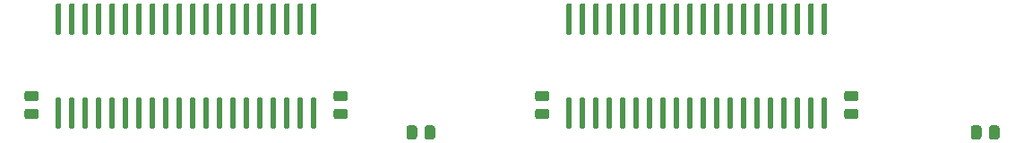
<source format=gtp>
G04 #@! TF.GenerationSoftware,KiCad,Pcbnew,(5.1.10-1-10_14)*
G04 #@! TF.CreationDate,2021-05-30T21:13:45-04:00*
G04 #@! TF.ProjectId,MacVRAMSIMM,4d616356-5241-44d5-9349-4d4d2e6b6963,rev?*
G04 #@! TF.SameCoordinates,Original*
G04 #@! TF.FileFunction,Paste,Top*
G04 #@! TF.FilePolarity,Positive*
%FSLAX46Y46*%
G04 Gerber Fmt 4.6, Leading zero omitted, Abs format (unit mm)*
G04 Created by KiCad (PCBNEW (5.1.10-1-10_14)) date 2021-05-30 21:13:45*
%MOMM*%
%LPD*%
G01*
G04 APERTURE LIST*
G04 APERTURE END LIST*
G36*
G01*
X163965000Y-123043500D02*
X163965000Y-122193500D01*
G75*
G02*
X164215000Y-121943500I250000J0D01*
G01*
X164715000Y-121943500D01*
G75*
G02*
X164965000Y-122193500I0J-250000D01*
G01*
X164965000Y-123043500D01*
G75*
G02*
X164715000Y-123293500I-250000J0D01*
G01*
X164215000Y-123293500D01*
G75*
G02*
X163965000Y-123043500I0J250000D01*
G01*
G37*
G36*
G01*
X165665000Y-123043500D02*
X165665000Y-122193500D01*
G75*
G02*
X165915000Y-121943500I250000J0D01*
G01*
X166415000Y-121943500D01*
G75*
G02*
X166665000Y-122193500I0J-250000D01*
G01*
X166665000Y-123043500D01*
G75*
G02*
X166415000Y-123293500I-250000J0D01*
G01*
X165915000Y-123293500D01*
G75*
G02*
X165665000Y-123043500I0J250000D01*
G01*
G37*
G36*
G01*
X112325000Y-123043500D02*
X112325000Y-122193500D01*
G75*
G02*
X112575000Y-121943500I250000J0D01*
G01*
X113075000Y-121943500D01*
G75*
G02*
X113325000Y-122193500I0J-250000D01*
G01*
X113325000Y-123043500D01*
G75*
G02*
X113075000Y-123293500I-250000J0D01*
G01*
X112575000Y-123293500D01*
G75*
G02*
X112325000Y-123043500I0J250000D01*
G01*
G37*
G36*
G01*
X110625000Y-123043500D02*
X110625000Y-122193500D01*
G75*
G02*
X110875000Y-121943500I250000J0D01*
G01*
X111375000Y-121943500D01*
G75*
G02*
X111625000Y-122193500I0J-250000D01*
G01*
X111625000Y-123043500D01*
G75*
G02*
X111375000Y-123293500I-250000J0D01*
G01*
X110875000Y-123293500D01*
G75*
G02*
X110625000Y-123043500I0J250000D01*
G01*
G37*
G36*
G01*
X93101500Y-113337000D02*
X92826500Y-113337000D01*
G75*
G02*
X92689000Y-113199500I0J137500D01*
G01*
X92689000Y-110524500D01*
G75*
G02*
X92826500Y-110387000I137500J0D01*
G01*
X93101500Y-110387000D01*
G75*
G02*
X93239000Y-110524500I0J-137500D01*
G01*
X93239000Y-113199500D01*
G75*
G02*
X93101500Y-113337000I-137500J0D01*
G01*
G37*
G36*
G01*
X94371500Y-113337000D02*
X94096500Y-113337000D01*
G75*
G02*
X93959000Y-113199500I0J137500D01*
G01*
X93959000Y-110524500D01*
G75*
G02*
X94096500Y-110387000I137500J0D01*
G01*
X94371500Y-110387000D01*
G75*
G02*
X94509000Y-110524500I0J-137500D01*
G01*
X94509000Y-113199500D01*
G75*
G02*
X94371500Y-113337000I-137500J0D01*
G01*
G37*
G36*
G01*
X94371500Y-122277000D02*
X94096500Y-122277000D01*
G75*
G02*
X93959000Y-122139500I0J137500D01*
G01*
X93959000Y-119464500D01*
G75*
G02*
X94096500Y-119327000I137500J0D01*
G01*
X94371500Y-119327000D01*
G75*
G02*
X94509000Y-119464500I0J-137500D01*
G01*
X94509000Y-122139500D01*
G75*
G02*
X94371500Y-122277000I-137500J0D01*
G01*
G37*
G36*
G01*
X86751500Y-122277000D02*
X86476500Y-122277000D01*
G75*
G02*
X86339000Y-122139500I0J137500D01*
G01*
X86339000Y-119464500D01*
G75*
G02*
X86476500Y-119327000I137500J0D01*
G01*
X86751500Y-119327000D01*
G75*
G02*
X86889000Y-119464500I0J-137500D01*
G01*
X86889000Y-122139500D01*
G75*
G02*
X86751500Y-122277000I-137500J0D01*
G01*
G37*
G36*
G01*
X84211500Y-122277000D02*
X83936500Y-122277000D01*
G75*
G02*
X83799000Y-122139500I0J137500D01*
G01*
X83799000Y-119464500D01*
G75*
G02*
X83936500Y-119327000I137500J0D01*
G01*
X84211500Y-119327000D01*
G75*
G02*
X84349000Y-119464500I0J-137500D01*
G01*
X84349000Y-122139500D01*
G75*
G02*
X84211500Y-122277000I-137500J0D01*
G01*
G37*
G36*
G01*
X101991500Y-113337000D02*
X101716500Y-113337000D01*
G75*
G02*
X101579000Y-113199500I0J137500D01*
G01*
X101579000Y-110524500D01*
G75*
G02*
X101716500Y-110387000I137500J0D01*
G01*
X101991500Y-110387000D01*
G75*
G02*
X102129000Y-110524500I0J-137500D01*
G01*
X102129000Y-113199500D01*
G75*
G02*
X101991500Y-113337000I-137500J0D01*
G01*
G37*
G36*
G01*
X77861500Y-122277000D02*
X77586500Y-122277000D01*
G75*
G02*
X77449000Y-122139500I0J137500D01*
G01*
X77449000Y-119464500D01*
G75*
G02*
X77586500Y-119327000I137500J0D01*
G01*
X77861500Y-119327000D01*
G75*
G02*
X77999000Y-119464500I0J-137500D01*
G01*
X77999000Y-122139500D01*
G75*
G02*
X77861500Y-122277000I-137500J0D01*
G01*
G37*
G36*
G01*
X79131500Y-122277000D02*
X78856500Y-122277000D01*
G75*
G02*
X78719000Y-122139500I0J137500D01*
G01*
X78719000Y-119464500D01*
G75*
G02*
X78856500Y-119327000I137500J0D01*
G01*
X79131500Y-119327000D01*
G75*
G02*
X79269000Y-119464500I0J-137500D01*
G01*
X79269000Y-122139500D01*
G75*
G02*
X79131500Y-122277000I-137500J0D01*
G01*
G37*
G36*
G01*
X80401500Y-122277000D02*
X80126500Y-122277000D01*
G75*
G02*
X79989000Y-122139500I0J137500D01*
G01*
X79989000Y-119464500D01*
G75*
G02*
X80126500Y-119327000I137500J0D01*
G01*
X80401500Y-119327000D01*
G75*
G02*
X80539000Y-119464500I0J-137500D01*
G01*
X80539000Y-122139500D01*
G75*
G02*
X80401500Y-122277000I-137500J0D01*
G01*
G37*
G36*
G01*
X81671500Y-122277000D02*
X81396500Y-122277000D01*
G75*
G02*
X81259000Y-122139500I0J137500D01*
G01*
X81259000Y-119464500D01*
G75*
G02*
X81396500Y-119327000I137500J0D01*
G01*
X81671500Y-119327000D01*
G75*
G02*
X81809000Y-119464500I0J-137500D01*
G01*
X81809000Y-122139500D01*
G75*
G02*
X81671500Y-122277000I-137500J0D01*
G01*
G37*
G36*
G01*
X82941500Y-122277000D02*
X82666500Y-122277000D01*
G75*
G02*
X82529000Y-122139500I0J137500D01*
G01*
X82529000Y-119464500D01*
G75*
G02*
X82666500Y-119327000I137500J0D01*
G01*
X82941500Y-119327000D01*
G75*
G02*
X83079000Y-119464500I0J-137500D01*
G01*
X83079000Y-122139500D01*
G75*
G02*
X82941500Y-122277000I-137500J0D01*
G01*
G37*
G36*
G01*
X88021500Y-122277000D02*
X87746500Y-122277000D01*
G75*
G02*
X87609000Y-122139500I0J137500D01*
G01*
X87609000Y-119464500D01*
G75*
G02*
X87746500Y-119327000I137500J0D01*
G01*
X88021500Y-119327000D01*
G75*
G02*
X88159000Y-119464500I0J-137500D01*
G01*
X88159000Y-122139500D01*
G75*
G02*
X88021500Y-122277000I-137500J0D01*
G01*
G37*
G36*
G01*
X89291500Y-122277000D02*
X89016500Y-122277000D01*
G75*
G02*
X88879000Y-122139500I0J137500D01*
G01*
X88879000Y-119464500D01*
G75*
G02*
X89016500Y-119327000I137500J0D01*
G01*
X89291500Y-119327000D01*
G75*
G02*
X89429000Y-119464500I0J-137500D01*
G01*
X89429000Y-122139500D01*
G75*
G02*
X89291500Y-122277000I-137500J0D01*
G01*
G37*
G36*
G01*
X90561500Y-122277000D02*
X90286500Y-122277000D01*
G75*
G02*
X90149000Y-122139500I0J137500D01*
G01*
X90149000Y-119464500D01*
G75*
G02*
X90286500Y-119327000I137500J0D01*
G01*
X90561500Y-119327000D01*
G75*
G02*
X90699000Y-119464500I0J-137500D01*
G01*
X90699000Y-122139500D01*
G75*
G02*
X90561500Y-122277000I-137500J0D01*
G01*
G37*
G36*
G01*
X91831500Y-122277000D02*
X91556500Y-122277000D01*
G75*
G02*
X91419000Y-122139500I0J137500D01*
G01*
X91419000Y-119464500D01*
G75*
G02*
X91556500Y-119327000I137500J0D01*
G01*
X91831500Y-119327000D01*
G75*
G02*
X91969000Y-119464500I0J-137500D01*
G01*
X91969000Y-122139500D01*
G75*
G02*
X91831500Y-122277000I-137500J0D01*
G01*
G37*
G36*
G01*
X93101500Y-122277000D02*
X92826500Y-122277000D01*
G75*
G02*
X92689000Y-122139500I0J137500D01*
G01*
X92689000Y-119464500D01*
G75*
G02*
X92826500Y-119327000I137500J0D01*
G01*
X93101500Y-119327000D01*
G75*
G02*
X93239000Y-119464500I0J-137500D01*
G01*
X93239000Y-122139500D01*
G75*
G02*
X93101500Y-122277000I-137500J0D01*
G01*
G37*
G36*
G01*
X100721500Y-113337000D02*
X100446500Y-113337000D01*
G75*
G02*
X100309000Y-113199500I0J137500D01*
G01*
X100309000Y-110524500D01*
G75*
G02*
X100446500Y-110387000I137500J0D01*
G01*
X100721500Y-110387000D01*
G75*
G02*
X100859000Y-110524500I0J-137500D01*
G01*
X100859000Y-113199500D01*
G75*
G02*
X100721500Y-113337000I-137500J0D01*
G01*
G37*
G36*
G01*
X99451500Y-113337000D02*
X99176500Y-113337000D01*
G75*
G02*
X99039000Y-113199500I0J137500D01*
G01*
X99039000Y-110524500D01*
G75*
G02*
X99176500Y-110387000I137500J0D01*
G01*
X99451500Y-110387000D01*
G75*
G02*
X99589000Y-110524500I0J-137500D01*
G01*
X99589000Y-113199500D01*
G75*
G02*
X99451500Y-113337000I-137500J0D01*
G01*
G37*
G36*
G01*
X98181500Y-113337000D02*
X97906500Y-113337000D01*
G75*
G02*
X97769000Y-113199500I0J137500D01*
G01*
X97769000Y-110524500D01*
G75*
G02*
X97906500Y-110387000I137500J0D01*
G01*
X98181500Y-110387000D01*
G75*
G02*
X98319000Y-110524500I0J-137500D01*
G01*
X98319000Y-113199500D01*
G75*
G02*
X98181500Y-113337000I-137500J0D01*
G01*
G37*
G36*
G01*
X96911500Y-113337000D02*
X96636500Y-113337000D01*
G75*
G02*
X96499000Y-113199500I0J137500D01*
G01*
X96499000Y-110524500D01*
G75*
G02*
X96636500Y-110387000I137500J0D01*
G01*
X96911500Y-110387000D01*
G75*
G02*
X97049000Y-110524500I0J-137500D01*
G01*
X97049000Y-113199500D01*
G75*
G02*
X96911500Y-113337000I-137500J0D01*
G01*
G37*
G36*
G01*
X95641500Y-113337000D02*
X95366500Y-113337000D01*
G75*
G02*
X95229000Y-113199500I0J137500D01*
G01*
X95229000Y-110524500D01*
G75*
G02*
X95366500Y-110387000I137500J0D01*
G01*
X95641500Y-110387000D01*
G75*
G02*
X95779000Y-110524500I0J-137500D01*
G01*
X95779000Y-113199500D01*
G75*
G02*
X95641500Y-113337000I-137500J0D01*
G01*
G37*
G36*
G01*
X85481500Y-122277000D02*
X85206500Y-122277000D01*
G75*
G02*
X85069000Y-122139500I0J137500D01*
G01*
X85069000Y-119464500D01*
G75*
G02*
X85206500Y-119327000I137500J0D01*
G01*
X85481500Y-119327000D01*
G75*
G02*
X85619000Y-119464500I0J-137500D01*
G01*
X85619000Y-122139500D01*
G75*
G02*
X85481500Y-122277000I-137500J0D01*
G01*
G37*
G36*
G01*
X95641500Y-122277000D02*
X95366500Y-122277000D01*
G75*
G02*
X95229000Y-122139500I0J137500D01*
G01*
X95229000Y-119464500D01*
G75*
G02*
X95366500Y-119327000I137500J0D01*
G01*
X95641500Y-119327000D01*
G75*
G02*
X95779000Y-119464500I0J-137500D01*
G01*
X95779000Y-122139500D01*
G75*
G02*
X95641500Y-122277000I-137500J0D01*
G01*
G37*
G36*
G01*
X96911500Y-122277000D02*
X96636500Y-122277000D01*
G75*
G02*
X96499000Y-122139500I0J137500D01*
G01*
X96499000Y-119464500D01*
G75*
G02*
X96636500Y-119327000I137500J0D01*
G01*
X96911500Y-119327000D01*
G75*
G02*
X97049000Y-119464500I0J-137500D01*
G01*
X97049000Y-122139500D01*
G75*
G02*
X96911500Y-122277000I-137500J0D01*
G01*
G37*
G36*
G01*
X98181500Y-122277000D02*
X97906500Y-122277000D01*
G75*
G02*
X97769000Y-122139500I0J137500D01*
G01*
X97769000Y-119464500D01*
G75*
G02*
X97906500Y-119327000I137500J0D01*
G01*
X98181500Y-119327000D01*
G75*
G02*
X98319000Y-119464500I0J-137500D01*
G01*
X98319000Y-122139500D01*
G75*
G02*
X98181500Y-122277000I-137500J0D01*
G01*
G37*
G36*
G01*
X99451500Y-122277000D02*
X99176500Y-122277000D01*
G75*
G02*
X99039000Y-122139500I0J137500D01*
G01*
X99039000Y-119464500D01*
G75*
G02*
X99176500Y-119327000I137500J0D01*
G01*
X99451500Y-119327000D01*
G75*
G02*
X99589000Y-119464500I0J-137500D01*
G01*
X99589000Y-122139500D01*
G75*
G02*
X99451500Y-122277000I-137500J0D01*
G01*
G37*
G36*
G01*
X100721500Y-122277000D02*
X100446500Y-122277000D01*
G75*
G02*
X100309000Y-122139500I0J137500D01*
G01*
X100309000Y-119464500D01*
G75*
G02*
X100446500Y-119327000I137500J0D01*
G01*
X100721500Y-119327000D01*
G75*
G02*
X100859000Y-119464500I0J-137500D01*
G01*
X100859000Y-122139500D01*
G75*
G02*
X100721500Y-122277000I-137500J0D01*
G01*
G37*
G36*
G01*
X101991500Y-122277000D02*
X101716500Y-122277000D01*
G75*
G02*
X101579000Y-122139500I0J137500D01*
G01*
X101579000Y-119464500D01*
G75*
G02*
X101716500Y-119327000I137500J0D01*
G01*
X101991500Y-119327000D01*
G75*
G02*
X102129000Y-119464500I0J-137500D01*
G01*
X102129000Y-122139500D01*
G75*
G02*
X101991500Y-122277000I-137500J0D01*
G01*
G37*
G36*
G01*
X82941500Y-113337000D02*
X82666500Y-113337000D01*
G75*
G02*
X82529000Y-113199500I0J137500D01*
G01*
X82529000Y-110524500D01*
G75*
G02*
X82666500Y-110387000I137500J0D01*
G01*
X82941500Y-110387000D01*
G75*
G02*
X83079000Y-110524500I0J-137500D01*
G01*
X83079000Y-113199500D01*
G75*
G02*
X82941500Y-113337000I-137500J0D01*
G01*
G37*
G36*
G01*
X84211500Y-113337000D02*
X83936500Y-113337000D01*
G75*
G02*
X83799000Y-113199500I0J137500D01*
G01*
X83799000Y-110524500D01*
G75*
G02*
X83936500Y-110387000I137500J0D01*
G01*
X84211500Y-110387000D01*
G75*
G02*
X84349000Y-110524500I0J-137500D01*
G01*
X84349000Y-113199500D01*
G75*
G02*
X84211500Y-113337000I-137500J0D01*
G01*
G37*
G36*
G01*
X91831500Y-113337000D02*
X91556500Y-113337000D01*
G75*
G02*
X91419000Y-113199500I0J137500D01*
G01*
X91419000Y-110524500D01*
G75*
G02*
X91556500Y-110387000I137500J0D01*
G01*
X91831500Y-110387000D01*
G75*
G02*
X91969000Y-110524500I0J-137500D01*
G01*
X91969000Y-113199500D01*
G75*
G02*
X91831500Y-113337000I-137500J0D01*
G01*
G37*
G36*
G01*
X90561500Y-113337000D02*
X90286500Y-113337000D01*
G75*
G02*
X90149000Y-113199500I0J137500D01*
G01*
X90149000Y-110524500D01*
G75*
G02*
X90286500Y-110387000I137500J0D01*
G01*
X90561500Y-110387000D01*
G75*
G02*
X90699000Y-110524500I0J-137500D01*
G01*
X90699000Y-113199500D01*
G75*
G02*
X90561500Y-113337000I-137500J0D01*
G01*
G37*
G36*
G01*
X89291500Y-113337000D02*
X89016500Y-113337000D01*
G75*
G02*
X88879000Y-113199500I0J137500D01*
G01*
X88879000Y-110524500D01*
G75*
G02*
X89016500Y-110387000I137500J0D01*
G01*
X89291500Y-110387000D01*
G75*
G02*
X89429000Y-110524500I0J-137500D01*
G01*
X89429000Y-113199500D01*
G75*
G02*
X89291500Y-113337000I-137500J0D01*
G01*
G37*
G36*
G01*
X88021500Y-113337000D02*
X87746500Y-113337000D01*
G75*
G02*
X87609000Y-113199500I0J137500D01*
G01*
X87609000Y-110524500D01*
G75*
G02*
X87746500Y-110387000I137500J0D01*
G01*
X88021500Y-110387000D01*
G75*
G02*
X88159000Y-110524500I0J-137500D01*
G01*
X88159000Y-113199500D01*
G75*
G02*
X88021500Y-113337000I-137500J0D01*
G01*
G37*
G36*
G01*
X86751500Y-113337000D02*
X86476500Y-113337000D01*
G75*
G02*
X86339000Y-113199500I0J137500D01*
G01*
X86339000Y-110524500D01*
G75*
G02*
X86476500Y-110387000I137500J0D01*
G01*
X86751500Y-110387000D01*
G75*
G02*
X86889000Y-110524500I0J-137500D01*
G01*
X86889000Y-113199500D01*
G75*
G02*
X86751500Y-113337000I-137500J0D01*
G01*
G37*
G36*
G01*
X85481500Y-113337000D02*
X85206500Y-113337000D01*
G75*
G02*
X85069000Y-113199500I0J137500D01*
G01*
X85069000Y-110524500D01*
G75*
G02*
X85206500Y-110387000I137500J0D01*
G01*
X85481500Y-110387000D01*
G75*
G02*
X85619000Y-110524500I0J-137500D01*
G01*
X85619000Y-113199500D01*
G75*
G02*
X85481500Y-113337000I-137500J0D01*
G01*
G37*
G36*
G01*
X81671500Y-113337000D02*
X81396500Y-113337000D01*
G75*
G02*
X81259000Y-113199500I0J137500D01*
G01*
X81259000Y-110524500D01*
G75*
G02*
X81396500Y-110387000I137500J0D01*
G01*
X81671500Y-110387000D01*
G75*
G02*
X81809000Y-110524500I0J-137500D01*
G01*
X81809000Y-113199500D01*
G75*
G02*
X81671500Y-113337000I-137500J0D01*
G01*
G37*
G36*
G01*
X80401500Y-113337000D02*
X80126500Y-113337000D01*
G75*
G02*
X79989000Y-113199500I0J137500D01*
G01*
X79989000Y-110524500D01*
G75*
G02*
X80126500Y-110387000I137500J0D01*
G01*
X80401500Y-110387000D01*
G75*
G02*
X80539000Y-110524500I0J-137500D01*
G01*
X80539000Y-113199500D01*
G75*
G02*
X80401500Y-113337000I-137500J0D01*
G01*
G37*
G36*
G01*
X77861500Y-113337000D02*
X77586500Y-113337000D01*
G75*
G02*
X77449000Y-113199500I0J137500D01*
G01*
X77449000Y-110524500D01*
G75*
G02*
X77586500Y-110387000I137500J0D01*
G01*
X77861500Y-110387000D01*
G75*
G02*
X77999000Y-110524500I0J-137500D01*
G01*
X77999000Y-113199500D01*
G75*
G02*
X77861500Y-113337000I-137500J0D01*
G01*
G37*
G36*
G01*
X79131500Y-113337000D02*
X78856500Y-113337000D01*
G75*
G02*
X78719000Y-113199500I0J137500D01*
G01*
X78719000Y-110524500D01*
G75*
G02*
X78856500Y-110387000I137500J0D01*
G01*
X79131500Y-110387000D01*
G75*
G02*
X79269000Y-110524500I0J-137500D01*
G01*
X79269000Y-113199500D01*
G75*
G02*
X79131500Y-113337000I-137500J0D01*
G01*
G37*
G36*
G01*
X127391500Y-113337000D02*
X127116500Y-113337000D01*
G75*
G02*
X126979000Y-113199500I0J137500D01*
G01*
X126979000Y-110524500D01*
G75*
G02*
X127116500Y-110387000I137500J0D01*
G01*
X127391500Y-110387000D01*
G75*
G02*
X127529000Y-110524500I0J-137500D01*
G01*
X127529000Y-113199500D01*
G75*
G02*
X127391500Y-113337000I-137500J0D01*
G01*
G37*
G36*
G01*
X126121500Y-113337000D02*
X125846500Y-113337000D01*
G75*
G02*
X125709000Y-113199500I0J137500D01*
G01*
X125709000Y-110524500D01*
G75*
G02*
X125846500Y-110387000I137500J0D01*
G01*
X126121500Y-110387000D01*
G75*
G02*
X126259000Y-110524500I0J-137500D01*
G01*
X126259000Y-113199500D01*
G75*
G02*
X126121500Y-113337000I-137500J0D01*
G01*
G37*
G36*
G01*
X128661500Y-113337000D02*
X128386500Y-113337000D01*
G75*
G02*
X128249000Y-113199500I0J137500D01*
G01*
X128249000Y-110524500D01*
G75*
G02*
X128386500Y-110387000I137500J0D01*
G01*
X128661500Y-110387000D01*
G75*
G02*
X128799000Y-110524500I0J-137500D01*
G01*
X128799000Y-113199500D01*
G75*
G02*
X128661500Y-113337000I-137500J0D01*
G01*
G37*
G36*
G01*
X129931500Y-113337000D02*
X129656500Y-113337000D01*
G75*
G02*
X129519000Y-113199500I0J137500D01*
G01*
X129519000Y-110524500D01*
G75*
G02*
X129656500Y-110387000I137500J0D01*
G01*
X129931500Y-110387000D01*
G75*
G02*
X130069000Y-110524500I0J-137500D01*
G01*
X130069000Y-113199500D01*
G75*
G02*
X129931500Y-113337000I-137500J0D01*
G01*
G37*
G36*
G01*
X133741500Y-113337000D02*
X133466500Y-113337000D01*
G75*
G02*
X133329000Y-113199500I0J137500D01*
G01*
X133329000Y-110524500D01*
G75*
G02*
X133466500Y-110387000I137500J0D01*
G01*
X133741500Y-110387000D01*
G75*
G02*
X133879000Y-110524500I0J-137500D01*
G01*
X133879000Y-113199500D01*
G75*
G02*
X133741500Y-113337000I-137500J0D01*
G01*
G37*
G36*
G01*
X135011500Y-113337000D02*
X134736500Y-113337000D01*
G75*
G02*
X134599000Y-113199500I0J137500D01*
G01*
X134599000Y-110524500D01*
G75*
G02*
X134736500Y-110387000I137500J0D01*
G01*
X135011500Y-110387000D01*
G75*
G02*
X135149000Y-110524500I0J-137500D01*
G01*
X135149000Y-113199500D01*
G75*
G02*
X135011500Y-113337000I-137500J0D01*
G01*
G37*
G36*
G01*
X136281500Y-113337000D02*
X136006500Y-113337000D01*
G75*
G02*
X135869000Y-113199500I0J137500D01*
G01*
X135869000Y-110524500D01*
G75*
G02*
X136006500Y-110387000I137500J0D01*
G01*
X136281500Y-110387000D01*
G75*
G02*
X136419000Y-110524500I0J-137500D01*
G01*
X136419000Y-113199500D01*
G75*
G02*
X136281500Y-113337000I-137500J0D01*
G01*
G37*
G36*
G01*
X137551500Y-113337000D02*
X137276500Y-113337000D01*
G75*
G02*
X137139000Y-113199500I0J137500D01*
G01*
X137139000Y-110524500D01*
G75*
G02*
X137276500Y-110387000I137500J0D01*
G01*
X137551500Y-110387000D01*
G75*
G02*
X137689000Y-110524500I0J-137500D01*
G01*
X137689000Y-113199500D01*
G75*
G02*
X137551500Y-113337000I-137500J0D01*
G01*
G37*
G36*
G01*
X138821500Y-113337000D02*
X138546500Y-113337000D01*
G75*
G02*
X138409000Y-113199500I0J137500D01*
G01*
X138409000Y-110524500D01*
G75*
G02*
X138546500Y-110387000I137500J0D01*
G01*
X138821500Y-110387000D01*
G75*
G02*
X138959000Y-110524500I0J-137500D01*
G01*
X138959000Y-113199500D01*
G75*
G02*
X138821500Y-113337000I-137500J0D01*
G01*
G37*
G36*
G01*
X140091500Y-113337000D02*
X139816500Y-113337000D01*
G75*
G02*
X139679000Y-113199500I0J137500D01*
G01*
X139679000Y-110524500D01*
G75*
G02*
X139816500Y-110387000I137500J0D01*
G01*
X140091500Y-110387000D01*
G75*
G02*
X140229000Y-110524500I0J-137500D01*
G01*
X140229000Y-113199500D01*
G75*
G02*
X140091500Y-113337000I-137500J0D01*
G01*
G37*
G36*
G01*
X132471500Y-113337000D02*
X132196500Y-113337000D01*
G75*
G02*
X132059000Y-113199500I0J137500D01*
G01*
X132059000Y-110524500D01*
G75*
G02*
X132196500Y-110387000I137500J0D01*
G01*
X132471500Y-110387000D01*
G75*
G02*
X132609000Y-110524500I0J-137500D01*
G01*
X132609000Y-113199500D01*
G75*
G02*
X132471500Y-113337000I-137500J0D01*
G01*
G37*
G36*
G01*
X131201500Y-113337000D02*
X130926500Y-113337000D01*
G75*
G02*
X130789000Y-113199500I0J137500D01*
G01*
X130789000Y-110524500D01*
G75*
G02*
X130926500Y-110387000I137500J0D01*
G01*
X131201500Y-110387000D01*
G75*
G02*
X131339000Y-110524500I0J-137500D01*
G01*
X131339000Y-113199500D01*
G75*
G02*
X131201500Y-113337000I-137500J0D01*
G01*
G37*
G36*
G01*
X150251500Y-122277000D02*
X149976500Y-122277000D01*
G75*
G02*
X149839000Y-122139500I0J137500D01*
G01*
X149839000Y-119464500D01*
G75*
G02*
X149976500Y-119327000I137500J0D01*
G01*
X150251500Y-119327000D01*
G75*
G02*
X150389000Y-119464500I0J-137500D01*
G01*
X150389000Y-122139500D01*
G75*
G02*
X150251500Y-122277000I-137500J0D01*
G01*
G37*
G36*
G01*
X148981500Y-122277000D02*
X148706500Y-122277000D01*
G75*
G02*
X148569000Y-122139500I0J137500D01*
G01*
X148569000Y-119464500D01*
G75*
G02*
X148706500Y-119327000I137500J0D01*
G01*
X148981500Y-119327000D01*
G75*
G02*
X149119000Y-119464500I0J-137500D01*
G01*
X149119000Y-122139500D01*
G75*
G02*
X148981500Y-122277000I-137500J0D01*
G01*
G37*
G36*
G01*
X147711500Y-122277000D02*
X147436500Y-122277000D01*
G75*
G02*
X147299000Y-122139500I0J137500D01*
G01*
X147299000Y-119464500D01*
G75*
G02*
X147436500Y-119327000I137500J0D01*
G01*
X147711500Y-119327000D01*
G75*
G02*
X147849000Y-119464500I0J-137500D01*
G01*
X147849000Y-122139500D01*
G75*
G02*
X147711500Y-122277000I-137500J0D01*
G01*
G37*
G36*
G01*
X146441500Y-122277000D02*
X146166500Y-122277000D01*
G75*
G02*
X146029000Y-122139500I0J137500D01*
G01*
X146029000Y-119464500D01*
G75*
G02*
X146166500Y-119327000I137500J0D01*
G01*
X146441500Y-119327000D01*
G75*
G02*
X146579000Y-119464500I0J-137500D01*
G01*
X146579000Y-122139500D01*
G75*
G02*
X146441500Y-122277000I-137500J0D01*
G01*
G37*
G36*
G01*
X145171500Y-122277000D02*
X144896500Y-122277000D01*
G75*
G02*
X144759000Y-122139500I0J137500D01*
G01*
X144759000Y-119464500D01*
G75*
G02*
X144896500Y-119327000I137500J0D01*
G01*
X145171500Y-119327000D01*
G75*
G02*
X145309000Y-119464500I0J-137500D01*
G01*
X145309000Y-122139500D01*
G75*
G02*
X145171500Y-122277000I-137500J0D01*
G01*
G37*
G36*
G01*
X143901500Y-122277000D02*
X143626500Y-122277000D01*
G75*
G02*
X143489000Y-122139500I0J137500D01*
G01*
X143489000Y-119464500D01*
G75*
G02*
X143626500Y-119327000I137500J0D01*
G01*
X143901500Y-119327000D01*
G75*
G02*
X144039000Y-119464500I0J-137500D01*
G01*
X144039000Y-122139500D01*
G75*
G02*
X143901500Y-122277000I-137500J0D01*
G01*
G37*
G36*
G01*
X133741500Y-122277000D02*
X133466500Y-122277000D01*
G75*
G02*
X133329000Y-122139500I0J137500D01*
G01*
X133329000Y-119464500D01*
G75*
G02*
X133466500Y-119327000I137500J0D01*
G01*
X133741500Y-119327000D01*
G75*
G02*
X133879000Y-119464500I0J-137500D01*
G01*
X133879000Y-122139500D01*
G75*
G02*
X133741500Y-122277000I-137500J0D01*
G01*
G37*
G36*
G01*
X143901500Y-113337000D02*
X143626500Y-113337000D01*
G75*
G02*
X143489000Y-113199500I0J137500D01*
G01*
X143489000Y-110524500D01*
G75*
G02*
X143626500Y-110387000I137500J0D01*
G01*
X143901500Y-110387000D01*
G75*
G02*
X144039000Y-110524500I0J-137500D01*
G01*
X144039000Y-113199500D01*
G75*
G02*
X143901500Y-113337000I-137500J0D01*
G01*
G37*
G36*
G01*
X145171500Y-113337000D02*
X144896500Y-113337000D01*
G75*
G02*
X144759000Y-113199500I0J137500D01*
G01*
X144759000Y-110524500D01*
G75*
G02*
X144896500Y-110387000I137500J0D01*
G01*
X145171500Y-110387000D01*
G75*
G02*
X145309000Y-110524500I0J-137500D01*
G01*
X145309000Y-113199500D01*
G75*
G02*
X145171500Y-113337000I-137500J0D01*
G01*
G37*
G36*
G01*
X146441500Y-113337000D02*
X146166500Y-113337000D01*
G75*
G02*
X146029000Y-113199500I0J137500D01*
G01*
X146029000Y-110524500D01*
G75*
G02*
X146166500Y-110387000I137500J0D01*
G01*
X146441500Y-110387000D01*
G75*
G02*
X146579000Y-110524500I0J-137500D01*
G01*
X146579000Y-113199500D01*
G75*
G02*
X146441500Y-113337000I-137500J0D01*
G01*
G37*
G36*
G01*
X147711500Y-113337000D02*
X147436500Y-113337000D01*
G75*
G02*
X147299000Y-113199500I0J137500D01*
G01*
X147299000Y-110524500D01*
G75*
G02*
X147436500Y-110387000I137500J0D01*
G01*
X147711500Y-110387000D01*
G75*
G02*
X147849000Y-110524500I0J-137500D01*
G01*
X147849000Y-113199500D01*
G75*
G02*
X147711500Y-113337000I-137500J0D01*
G01*
G37*
G36*
G01*
X148981500Y-113337000D02*
X148706500Y-113337000D01*
G75*
G02*
X148569000Y-113199500I0J137500D01*
G01*
X148569000Y-110524500D01*
G75*
G02*
X148706500Y-110387000I137500J0D01*
G01*
X148981500Y-110387000D01*
G75*
G02*
X149119000Y-110524500I0J-137500D01*
G01*
X149119000Y-113199500D01*
G75*
G02*
X148981500Y-113337000I-137500J0D01*
G01*
G37*
G36*
G01*
X141361500Y-122277000D02*
X141086500Y-122277000D01*
G75*
G02*
X140949000Y-122139500I0J137500D01*
G01*
X140949000Y-119464500D01*
G75*
G02*
X141086500Y-119327000I137500J0D01*
G01*
X141361500Y-119327000D01*
G75*
G02*
X141499000Y-119464500I0J-137500D01*
G01*
X141499000Y-122139500D01*
G75*
G02*
X141361500Y-122277000I-137500J0D01*
G01*
G37*
G36*
G01*
X140091500Y-122277000D02*
X139816500Y-122277000D01*
G75*
G02*
X139679000Y-122139500I0J137500D01*
G01*
X139679000Y-119464500D01*
G75*
G02*
X139816500Y-119327000I137500J0D01*
G01*
X140091500Y-119327000D01*
G75*
G02*
X140229000Y-119464500I0J-137500D01*
G01*
X140229000Y-122139500D01*
G75*
G02*
X140091500Y-122277000I-137500J0D01*
G01*
G37*
G36*
G01*
X138821500Y-122277000D02*
X138546500Y-122277000D01*
G75*
G02*
X138409000Y-122139500I0J137500D01*
G01*
X138409000Y-119464500D01*
G75*
G02*
X138546500Y-119327000I137500J0D01*
G01*
X138821500Y-119327000D01*
G75*
G02*
X138959000Y-119464500I0J-137500D01*
G01*
X138959000Y-122139500D01*
G75*
G02*
X138821500Y-122277000I-137500J0D01*
G01*
G37*
G36*
G01*
X137551500Y-122277000D02*
X137276500Y-122277000D01*
G75*
G02*
X137139000Y-122139500I0J137500D01*
G01*
X137139000Y-119464500D01*
G75*
G02*
X137276500Y-119327000I137500J0D01*
G01*
X137551500Y-119327000D01*
G75*
G02*
X137689000Y-119464500I0J-137500D01*
G01*
X137689000Y-122139500D01*
G75*
G02*
X137551500Y-122277000I-137500J0D01*
G01*
G37*
G36*
G01*
X136281500Y-122277000D02*
X136006500Y-122277000D01*
G75*
G02*
X135869000Y-122139500I0J137500D01*
G01*
X135869000Y-119464500D01*
G75*
G02*
X136006500Y-119327000I137500J0D01*
G01*
X136281500Y-119327000D01*
G75*
G02*
X136419000Y-119464500I0J-137500D01*
G01*
X136419000Y-122139500D01*
G75*
G02*
X136281500Y-122277000I-137500J0D01*
G01*
G37*
G36*
G01*
X131201500Y-122277000D02*
X130926500Y-122277000D01*
G75*
G02*
X130789000Y-122139500I0J137500D01*
G01*
X130789000Y-119464500D01*
G75*
G02*
X130926500Y-119327000I137500J0D01*
G01*
X131201500Y-119327000D01*
G75*
G02*
X131339000Y-119464500I0J-137500D01*
G01*
X131339000Y-122139500D01*
G75*
G02*
X131201500Y-122277000I-137500J0D01*
G01*
G37*
G36*
G01*
X129931500Y-122277000D02*
X129656500Y-122277000D01*
G75*
G02*
X129519000Y-122139500I0J137500D01*
G01*
X129519000Y-119464500D01*
G75*
G02*
X129656500Y-119327000I137500J0D01*
G01*
X129931500Y-119327000D01*
G75*
G02*
X130069000Y-119464500I0J-137500D01*
G01*
X130069000Y-122139500D01*
G75*
G02*
X129931500Y-122277000I-137500J0D01*
G01*
G37*
G36*
G01*
X128661500Y-122277000D02*
X128386500Y-122277000D01*
G75*
G02*
X128249000Y-122139500I0J137500D01*
G01*
X128249000Y-119464500D01*
G75*
G02*
X128386500Y-119327000I137500J0D01*
G01*
X128661500Y-119327000D01*
G75*
G02*
X128799000Y-119464500I0J-137500D01*
G01*
X128799000Y-122139500D01*
G75*
G02*
X128661500Y-122277000I-137500J0D01*
G01*
G37*
G36*
G01*
X127391500Y-122277000D02*
X127116500Y-122277000D01*
G75*
G02*
X126979000Y-122139500I0J137500D01*
G01*
X126979000Y-119464500D01*
G75*
G02*
X127116500Y-119327000I137500J0D01*
G01*
X127391500Y-119327000D01*
G75*
G02*
X127529000Y-119464500I0J-137500D01*
G01*
X127529000Y-122139500D01*
G75*
G02*
X127391500Y-122277000I-137500J0D01*
G01*
G37*
G36*
G01*
X126121500Y-122277000D02*
X125846500Y-122277000D01*
G75*
G02*
X125709000Y-122139500I0J137500D01*
G01*
X125709000Y-119464500D01*
G75*
G02*
X125846500Y-119327000I137500J0D01*
G01*
X126121500Y-119327000D01*
G75*
G02*
X126259000Y-119464500I0J-137500D01*
G01*
X126259000Y-122139500D01*
G75*
G02*
X126121500Y-122277000I-137500J0D01*
G01*
G37*
G36*
G01*
X150251500Y-113337000D02*
X149976500Y-113337000D01*
G75*
G02*
X149839000Y-113199500I0J137500D01*
G01*
X149839000Y-110524500D01*
G75*
G02*
X149976500Y-110387000I137500J0D01*
G01*
X150251500Y-110387000D01*
G75*
G02*
X150389000Y-110524500I0J-137500D01*
G01*
X150389000Y-113199500D01*
G75*
G02*
X150251500Y-113337000I-137500J0D01*
G01*
G37*
G36*
G01*
X132471500Y-122277000D02*
X132196500Y-122277000D01*
G75*
G02*
X132059000Y-122139500I0J137500D01*
G01*
X132059000Y-119464500D01*
G75*
G02*
X132196500Y-119327000I137500J0D01*
G01*
X132471500Y-119327000D01*
G75*
G02*
X132609000Y-119464500I0J-137500D01*
G01*
X132609000Y-122139500D01*
G75*
G02*
X132471500Y-122277000I-137500J0D01*
G01*
G37*
G36*
G01*
X135011500Y-122277000D02*
X134736500Y-122277000D01*
G75*
G02*
X134599000Y-122139500I0J137500D01*
G01*
X134599000Y-119464500D01*
G75*
G02*
X134736500Y-119327000I137500J0D01*
G01*
X135011500Y-119327000D01*
G75*
G02*
X135149000Y-119464500I0J-137500D01*
G01*
X135149000Y-122139500D01*
G75*
G02*
X135011500Y-122277000I-137500J0D01*
G01*
G37*
G36*
G01*
X142631500Y-122277000D02*
X142356500Y-122277000D01*
G75*
G02*
X142219000Y-122139500I0J137500D01*
G01*
X142219000Y-119464500D01*
G75*
G02*
X142356500Y-119327000I137500J0D01*
G01*
X142631500Y-119327000D01*
G75*
G02*
X142769000Y-119464500I0J-137500D01*
G01*
X142769000Y-122139500D01*
G75*
G02*
X142631500Y-122277000I-137500J0D01*
G01*
G37*
G36*
G01*
X142631500Y-113337000D02*
X142356500Y-113337000D01*
G75*
G02*
X142219000Y-113199500I0J137500D01*
G01*
X142219000Y-110524500D01*
G75*
G02*
X142356500Y-110387000I137500J0D01*
G01*
X142631500Y-110387000D01*
G75*
G02*
X142769000Y-110524500I0J-137500D01*
G01*
X142769000Y-113199500D01*
G75*
G02*
X142631500Y-113337000I-137500J0D01*
G01*
G37*
G36*
G01*
X141361500Y-113337000D02*
X141086500Y-113337000D01*
G75*
G02*
X140949000Y-113199500I0J137500D01*
G01*
X140949000Y-110524500D01*
G75*
G02*
X141086500Y-110387000I137500J0D01*
G01*
X141361500Y-110387000D01*
G75*
G02*
X141499000Y-110524500I0J-137500D01*
G01*
X141499000Y-113199500D01*
G75*
G02*
X141361500Y-113337000I-137500J0D01*
G01*
G37*
G36*
G01*
X75609000Y-121365000D02*
X74759000Y-121365000D01*
G75*
G02*
X74509000Y-121115000I0J250000D01*
G01*
X74509000Y-120615000D01*
G75*
G02*
X74759000Y-120365000I250000J0D01*
G01*
X75609000Y-120365000D01*
G75*
G02*
X75859000Y-120615000I0J-250000D01*
G01*
X75859000Y-121115000D01*
G75*
G02*
X75609000Y-121365000I-250000J0D01*
G01*
G37*
G36*
G01*
X75609000Y-119665000D02*
X74759000Y-119665000D01*
G75*
G02*
X74509000Y-119415000I0J250000D01*
G01*
X74509000Y-118915000D01*
G75*
G02*
X74759000Y-118665000I250000J0D01*
G01*
X75609000Y-118665000D01*
G75*
G02*
X75859000Y-118915000I0J-250000D01*
G01*
X75859000Y-119415000D01*
G75*
G02*
X75609000Y-119665000I-250000J0D01*
G01*
G37*
G36*
G01*
X153079000Y-119665000D02*
X152229000Y-119665000D01*
G75*
G02*
X151979000Y-119415000I0J250000D01*
G01*
X151979000Y-118915000D01*
G75*
G02*
X152229000Y-118665000I250000J0D01*
G01*
X153079000Y-118665000D01*
G75*
G02*
X153329000Y-118915000I0J-250000D01*
G01*
X153329000Y-119415000D01*
G75*
G02*
X153079000Y-119665000I-250000J0D01*
G01*
G37*
G36*
G01*
X153079000Y-121365000D02*
X152229000Y-121365000D01*
G75*
G02*
X151979000Y-121115000I0J250000D01*
G01*
X151979000Y-120615000D01*
G75*
G02*
X152229000Y-120365000I250000J0D01*
G01*
X153079000Y-120365000D01*
G75*
G02*
X153329000Y-120615000I0J-250000D01*
G01*
X153329000Y-121115000D01*
G75*
G02*
X153079000Y-121365000I-250000J0D01*
G01*
G37*
G36*
G01*
X123869000Y-119665000D02*
X123019000Y-119665000D01*
G75*
G02*
X122769000Y-119415000I0J250000D01*
G01*
X122769000Y-118915000D01*
G75*
G02*
X123019000Y-118665000I250000J0D01*
G01*
X123869000Y-118665000D01*
G75*
G02*
X124119000Y-118915000I0J-250000D01*
G01*
X124119000Y-119415000D01*
G75*
G02*
X123869000Y-119665000I-250000J0D01*
G01*
G37*
G36*
G01*
X123869000Y-121365000D02*
X123019000Y-121365000D01*
G75*
G02*
X122769000Y-121115000I0J250000D01*
G01*
X122769000Y-120615000D01*
G75*
G02*
X123019000Y-120365000I250000J0D01*
G01*
X123869000Y-120365000D01*
G75*
G02*
X124119000Y-120615000I0J-250000D01*
G01*
X124119000Y-121115000D01*
G75*
G02*
X123869000Y-121365000I-250000J0D01*
G01*
G37*
G36*
G01*
X104819000Y-121365000D02*
X103969000Y-121365000D01*
G75*
G02*
X103719000Y-121115000I0J250000D01*
G01*
X103719000Y-120615000D01*
G75*
G02*
X103969000Y-120365000I250000J0D01*
G01*
X104819000Y-120365000D01*
G75*
G02*
X105069000Y-120615000I0J-250000D01*
G01*
X105069000Y-121115000D01*
G75*
G02*
X104819000Y-121365000I-250000J0D01*
G01*
G37*
G36*
G01*
X104819000Y-119665000D02*
X103969000Y-119665000D01*
G75*
G02*
X103719000Y-119415000I0J250000D01*
G01*
X103719000Y-118915000D01*
G75*
G02*
X103969000Y-118665000I250000J0D01*
G01*
X104819000Y-118665000D01*
G75*
G02*
X105069000Y-118915000I0J-250000D01*
G01*
X105069000Y-119415000D01*
G75*
G02*
X104819000Y-119665000I-250000J0D01*
G01*
G37*
M02*

</source>
